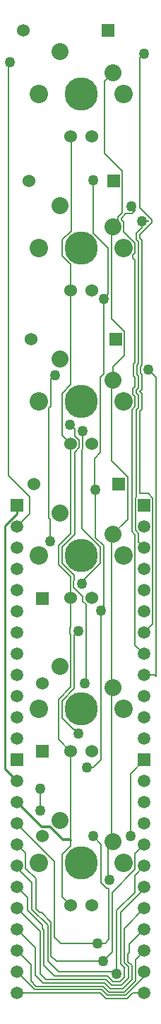
<source format=gbl>
%FSLAX25Y25*%
%MOIN*%
G70*
G01*
G75*
G04 Layer_Physical_Order=2*
G04 Layer_Color=16711680*
%ADD10R,0.03937X0.05118*%
%ADD11R,0.05118X0.03937*%
%ADD12R,0.04331X0.03543*%
%ADD13C,0.00800*%
%ADD14C,0.01200*%
%ADD15C,0.06000*%
%ADD16C,0.08700*%
%ADD17C,0.15700*%
%ADD18C,0.08000*%
%ADD19C,0.05906*%
%ADD20R,0.05906X0.05906*%
%ADD21R,0.06000X0.06000*%
%ADD22R,0.06000X0.06000*%
%ADD23C,0.05000*%
%ADD24C,0.01000*%
D13*
X235150Y482383D02*
X235450Y482683D01*
X235150Y479318D02*
Y482383D01*
Y479318D02*
X235450Y479018D01*
Y382000D02*
Y423800D01*
Y379499D02*
Y382000D01*
X270000Y460000D02*
X275000D01*
X275500Y459500D02*
Y487364D01*
X275000Y460000D02*
X275500Y459500D01*
X210000Y530000D02*
X216000Y536000D01*
Y544000D01*
X205847Y554153D02*
X216000Y544000D01*
X205847Y554153D02*
Y748347D01*
X206500Y749000D01*
X267400Y522600D02*
X270000Y520000D01*
X267400Y522600D02*
Y526727D01*
X265847Y528280D02*
X267400Y526727D01*
X265847Y528280D02*
Y543450D01*
X266449Y544051D01*
Y544891D01*
X264247Y527617D02*
Y585148D01*
X265800Y586701D01*
X266400Y544940D02*
X266449Y544891D01*
X268000Y593624D02*
Y593837D01*
Y593624D02*
X269000Y592624D01*
Y585376D02*
Y592624D01*
X268000Y584376D02*
X269000Y585376D01*
X268000Y545603D02*
Y584376D01*
X266400Y544940D02*
Y585038D01*
X267400Y586038D01*
Y591962D01*
X266400Y592962D02*
X267400Y591962D01*
X266400Y592962D02*
Y594500D01*
X265800Y586701D02*
Y591299D01*
X264800Y592299D02*
X265800Y591299D01*
X264800Y592299D02*
Y595163D01*
X265800Y596163D01*
Y600442D01*
X266400Y594500D02*
X267400Y595500D01*
Y601105D01*
X268000Y593837D02*
X269000Y594837D01*
X268000Y545603D02*
X272000D01*
X274153Y543450D01*
X269000Y594837D02*
Y601767D01*
X265800Y474200D02*
Y526064D01*
Y474200D02*
X270000Y470000D01*
X269000Y606233D02*
Y665124D01*
X267400Y606895D02*
Y664462D01*
X265100Y601142D02*
X265800Y600442D01*
X265100Y601142D02*
Y606858D01*
X265800Y607558D01*
Y655876D01*
X266700Y601805D02*
X267400Y601105D01*
X266700Y601805D02*
Y606195D01*
X267400Y606895D01*
X268300Y605533D02*
X269000Y606233D01*
X268300Y602467D02*
Y605533D01*
Y602467D02*
X269000Y601767D01*
X260450Y669149D02*
Y673654D01*
X264800Y656876D02*
X265800Y655876D01*
X260450Y669149D02*
X265800Y663799D01*
X266400Y665462D02*
Y668400D01*
X268000Y666124D02*
Y667737D01*
Y666124D02*
X269000Y665124D01*
X266400Y665462D02*
X267400Y664462D01*
X264800Y656876D02*
Y658201D01*
X265800Y659201D01*
Y663799D01*
X266400Y668400D02*
X269000Y671000D01*
Y674000D01*
X264300Y677700D02*
X265800Y679200D01*
X261467Y677700D02*
X264300D01*
X268000Y680263D02*
X273600Y674663D01*
X268000Y667737D02*
X273600Y673337D01*
X268000Y680263D02*
Y751000D01*
X269000Y674000D02*
X272000D01*
X273600Y673337D02*
Y674663D01*
X259300Y674804D02*
Y675533D01*
Y674804D02*
X260450Y673654D01*
X259700Y678195D02*
Y697800D01*
X257700Y676195D02*
X259700Y678195D01*
X257700Y673950D02*
Y676195D01*
X255250Y671500D02*
X257700Y673950D01*
X259300Y675533D02*
X261467Y677700D01*
X271500Y674500D02*
X272000Y674000D01*
X264000Y681000D02*
X265800Y679200D01*
X275753Y487617D02*
Y600247D01*
X274153Y488280D02*
Y543450D01*
X275500Y487364D02*
X275753Y487617D01*
X272000Y604000D02*
X275753Y600247D01*
X268000Y751000D02*
X270000Y753000D01*
X225948Y599948D02*
X227500Y601500D01*
X225948Y586849D02*
Y599948D01*
X225050Y585951D02*
X225948Y586849D01*
X225050Y533896D02*
Y585951D01*
Y533896D02*
X225500Y533446D01*
X227500Y601500D02*
Y602000D01*
X225500Y523000D02*
Y533446D01*
X229600Y520911D02*
X235450Y526761D01*
X229600Y512089D02*
Y520911D01*
X231200Y520249D02*
X237300Y526349D01*
X231200Y512751D02*
Y520249D01*
X240500Y529049D02*
X249300Y520249D01*
Y512751D02*
Y520249D01*
X240500Y503951D02*
X249300Y512751D01*
X247000Y524811D02*
Y547500D01*
Y524811D02*
X250900Y520911D01*
Y491900D02*
Y520911D01*
X235450Y526761D02*
Y568800D01*
X231200Y512751D02*
X236850Y507101D01*
X249500Y490500D02*
X250900Y491900D01*
X270000Y480000D02*
X273900Y483900D01*
Y488027D01*
X274153Y488280D01*
X264247Y527617D02*
X265800Y526064D01*
X262200Y533450D02*
Y553497D01*
X254700Y525950D02*
X262200Y533450D01*
X254700Y454550D02*
Y525950D01*
X241050Y494760D02*
Y497217D01*
X237065Y576500D02*
X237300Y576265D01*
Y572890D02*
Y576265D01*
X241050Y566598D02*
Y574950D01*
X241000Y575000D02*
X241050Y574950D01*
X237300Y565110D02*
X239450Y567260D01*
X240500Y566048D02*
X241050Y566598D01*
X240500Y529049D02*
Y566048D01*
X237300Y572890D02*
X239450Y570740D01*
Y567260D02*
Y570740D01*
X237300Y526349D02*
Y565110D01*
X236850Y504583D02*
Y507101D01*
X229600Y512089D02*
X235250Y506439D01*
Y505245D02*
Y506439D01*
X235200Y496550D02*
X235250Y496500D01*
X235200Y496550D02*
Y505195D01*
X236800Y501467D02*
X241050Y497217D01*
X235200Y505195D02*
X235250Y505245D01*
X236800Y501467D02*
Y504533D01*
X242550Y456550D02*
Y493260D01*
X241050Y494760D02*
X242550Y493260D01*
X240500Y503000D02*
Y503951D01*
X236500Y434500D02*
X237500D01*
X231200Y439800D02*
X236500Y434500D01*
X231200Y439800D02*
Y447749D01*
X229600Y448411D02*
X235450Y454261D01*
X229600Y429650D02*
X235450Y423800D01*
X229600Y429650D02*
Y448411D01*
X231200Y447749D02*
X237050Y453599D01*
Y479050D01*
X235450Y454261D02*
Y479018D01*
Y482683D02*
Y496300D01*
X235250Y496500D02*
X235450Y496300D01*
X249500Y420000D02*
Y490500D01*
X221000Y396000D02*
Y406500D01*
X263500Y413500D02*
X270000Y420000D01*
X263500Y384000D02*
Y413500D01*
X243000Y416500D02*
X246000D01*
X249500Y420000D01*
X246500Y549000D02*
Y562000D01*
X249450Y564950D01*
Y600554D01*
X251000Y602104D01*
Y637500D01*
X253100Y639600D02*
Y661449D01*
X251000Y637500D02*
X253100Y639600D01*
X246000Y668549D02*
X253100Y661449D01*
X246000Y668549D02*
Y693500D01*
X210000Y330000D02*
X216500Y323500D01*
Y315763D02*
Y323500D01*
X251300Y740050D02*
X255250Y744000D01*
X251300Y706200D02*
Y740050D01*
Y706200D02*
X259700Y697800D01*
X254700Y627997D02*
Y670950D01*
Y627997D02*
X260700Y621997D01*
Y610700D02*
Y621997D01*
X255250Y605250D02*
X260700Y610700D01*
X255250Y599000D02*
Y605250D01*
X254700Y598450D02*
X255250Y599000D01*
X254700Y560997D02*
Y598450D01*
Y560997D02*
X262200Y553497D01*
X254700Y454550D02*
X255250Y454000D01*
X254700Y453450D02*
X255250Y454000D01*
X254700Y382050D02*
X255250Y381500D01*
X254700Y670950D02*
X255250Y671500D01*
X235250Y714000D02*
X235500Y713750D01*
X231200Y665249D02*
X235500Y669549D01*
X231200Y657751D02*
Y665249D01*
Y657751D02*
X235250Y653701D01*
Y641500D02*
Y653701D01*
Y641500D02*
X235450Y641300D01*
Y596999D02*
Y641300D01*
X231200Y592749D02*
X235450Y596999D01*
X231200Y573050D02*
Y592749D01*
Y375249D02*
X235450Y379499D01*
X231200Y355550D02*
Y375249D01*
Y355550D02*
X235250Y351500D01*
X235500Y669549D02*
Y713750D01*
X231200Y573050D02*
X235450Y568800D01*
X210000Y340000D02*
X218500Y331500D01*
Y318500D02*
Y331500D01*
X263000Y333000D02*
X270000Y340000D01*
X260500Y340500D02*
X270000Y350000D01*
X210000Y320000D02*
X218400Y311600D01*
X216500Y315763D02*
X219063Y313200D01*
X218500Y318500D02*
X222200Y314800D01*
X221000Y319000D02*
X223600Y316400D01*
X221000Y319000D02*
Y339000D01*
X210000Y350000D02*
X221000Y339000D01*
X270000Y359000D02*
Y360000D01*
Y317716D02*
Y320000D01*
X261184Y308900D02*
X270000Y317716D01*
X250779Y313200D02*
X253479Y310500D01*
X218400Y311600D02*
X250116D01*
X252816Y308900D01*
X249454Y310000D02*
X252154Y307300D01*
X219063Y313200D02*
X250779D01*
X210000Y310000D02*
X249454D01*
X222200Y314800D02*
X251442D01*
X254142Y312100D01*
X223600Y316400D02*
X252105D01*
X254805Y313700D01*
X252816Y308900D02*
X261184D01*
X252767Y318000D02*
X255467Y315300D01*
X222600Y322900D02*
X227500Y318000D01*
X222600Y322900D02*
Y339663D01*
X222000Y340263D02*
X222600Y339663D01*
X222000Y340263D02*
Y342000D01*
X215000Y349000D02*
X222000Y342000D01*
X215000Y349000D02*
Y355000D01*
X210000Y360000D02*
X215000Y355000D01*
X258900Y347900D02*
X270000Y359000D01*
X227500Y318000D02*
X252767D01*
X263000Y329026D02*
Y333000D01*
X252154Y307300D02*
X261846D01*
X264546Y310000D01*
X270000D01*
X253479Y310500D02*
X260521D01*
X265847Y315826D01*
Y325847D01*
X270000Y330000D01*
X254142Y312100D02*
X259858D01*
X264247Y316489D01*
Y323011D01*
X262400Y324858D02*
X264247Y323011D01*
X262400Y324858D02*
Y328426D01*
X263000Y329026D01*
X254805Y313700D02*
X259195D01*
X262647Y317152D01*
Y322348D01*
X260500Y324495D02*
X262647Y322348D01*
X260500Y324495D02*
Y340500D01*
X255467Y315300D02*
X258533D01*
X260700Y317467D01*
Y321338D01*
X261047Y321685D01*
X258900Y323833D02*
X261047Y321685D01*
X258900Y323833D02*
Y347900D01*
X256000Y320000D02*
X257000Y319000D01*
X229500Y320000D02*
X256000D01*
X224500Y325000D02*
X229500Y320000D01*
X224500Y325000D02*
Y342000D01*
X217000Y349500D02*
X224500Y342000D01*
X210000Y369000D02*
X217000Y362000D01*
X210000Y369000D02*
Y370000D01*
X217000Y349500D02*
Y362000D01*
X257000Y319000D02*
Y349000D01*
X265500Y357500D01*
X250500Y325000D02*
X255000Y329500D01*
X228500Y325000D02*
X250500D01*
X226100Y327400D02*
X228500Y325000D01*
X226100Y327400D02*
Y343400D01*
X221500Y348000D02*
X226100Y343400D01*
X220763Y348000D02*
X221500D01*
X219000Y349763D02*
X220763Y348000D01*
X219000Y349763D02*
Y364000D01*
X210000Y380000D02*
X214000Y376000D01*
X248000Y333500D02*
X251500D01*
X253400Y335400D01*
Y359400D01*
X255000Y329500D02*
Y357505D01*
X253100Y363900D02*
X253500Y363500D01*
X254700Y382050D02*
Y453450D01*
X253100Y363900D02*
Y379350D01*
X255250Y381500D01*
X265500Y357500D02*
Y365500D01*
X270000Y370000D01*
X255000Y357505D02*
X265800Y368305D01*
Y375800D01*
X270000Y380000D01*
X246000Y384000D02*
X249800Y380200D01*
Y361967D02*
Y380200D01*
Y361967D02*
X252367Y359400D01*
X253400D01*
X214000Y372026D02*
X214153Y371873D01*
X214000Y372026D02*
Y376000D01*
X214153Y368847D02*
Y371873D01*
Y368847D02*
X219000Y364000D01*
X210000Y389599D02*
Y390000D01*
Y389599D02*
X227700Y371899D01*
Y336300D02*
Y371899D01*
Y336300D02*
X230500Y333500D01*
X248000D01*
D14*
X234950Y382500D02*
X235450Y382000D01*
X231613Y382500D02*
X234950D01*
X225713Y388400D02*
X231613Y382500D01*
X221600Y388400D02*
X225713D01*
X210000Y400000D02*
X221600Y388400D01*
D15*
X245250Y714000D02*
D03*
X235250D02*
D03*
X245250Y424000D02*
D03*
X235250D02*
D03*
X245250Y351500D02*
D03*
X235250D02*
D03*
X222000Y384000D02*
D03*
Y456000D02*
D03*
X218000Y550000D02*
D03*
X216500Y618500D02*
D03*
X215500Y693000D02*
D03*
X213000Y764000D02*
D03*
X245250Y641500D02*
D03*
X235250D02*
D03*
X245250Y569000D02*
D03*
X235250D02*
D03*
X245250Y496500D02*
D03*
X235250D02*
D03*
D16*
X220250Y734000D02*
D03*
X260250D02*
D03*
X220250Y444000D02*
D03*
X260250D02*
D03*
X220250Y371500D02*
D03*
X260250D02*
D03*
X220250Y661500D02*
D03*
X260250D02*
D03*
X220250Y589000D02*
D03*
X260250D02*
D03*
X220250Y516500D02*
D03*
X260250D02*
D03*
D17*
X240250Y734000D02*
D03*
Y444000D02*
D03*
Y371500D02*
D03*
Y661500D02*
D03*
Y589000D02*
D03*
Y516500D02*
D03*
D18*
X230250Y754000D02*
D03*
X255250Y744000D02*
D03*
X230250Y464000D02*
D03*
X255250Y454000D02*
D03*
X230250Y391500D02*
D03*
X255250Y381500D02*
D03*
X230250Y681500D02*
D03*
X255250Y671500D02*
D03*
X230250Y609000D02*
D03*
X255250Y599000D02*
D03*
X230250Y536500D02*
D03*
X255250Y526500D02*
D03*
D19*
X270000Y410000D02*
D03*
Y400000D02*
D03*
Y390000D02*
D03*
Y380000D02*
D03*
Y370000D02*
D03*
Y360000D02*
D03*
Y350000D02*
D03*
Y340000D02*
D03*
Y330000D02*
D03*
Y320000D02*
D03*
Y310000D02*
D03*
X210000D02*
D03*
Y320000D02*
D03*
Y330000D02*
D03*
Y340000D02*
D03*
Y350000D02*
D03*
Y360000D02*
D03*
Y370000D02*
D03*
Y380000D02*
D03*
Y390000D02*
D03*
Y400000D02*
D03*
Y410000D02*
D03*
X270000Y430000D02*
D03*
Y440000D02*
D03*
Y450000D02*
D03*
Y460000D02*
D03*
Y470000D02*
D03*
Y480000D02*
D03*
Y490000D02*
D03*
Y500000D02*
D03*
Y510000D02*
D03*
Y520000D02*
D03*
Y530000D02*
D03*
X210000Y430000D02*
D03*
Y440000D02*
D03*
Y450000D02*
D03*
Y460000D02*
D03*
Y470000D02*
D03*
Y480000D02*
D03*
Y490000D02*
D03*
Y500000D02*
D03*
Y510000D02*
D03*
Y520000D02*
D03*
Y530000D02*
D03*
D20*
X270000Y420000D02*
D03*
X210000D02*
D03*
X270000Y540000D02*
D03*
X210000D02*
D03*
D21*
X222000Y424000D02*
D03*
Y496000D02*
D03*
D22*
X258000Y550000D02*
D03*
X256500Y618500D02*
D03*
X255500Y693000D02*
D03*
X253000Y764000D02*
D03*
D23*
X206500Y749000D02*
D03*
X269000Y674000D02*
D03*
X264000Y681000D02*
D03*
X228000Y601500D02*
D03*
X225500Y523000D02*
D03*
X272000Y604000D02*
D03*
X235000Y578000D02*
D03*
X241000Y575000D02*
D03*
X242000Y456000D02*
D03*
X240500Y503000D02*
D03*
X239000Y432500D02*
D03*
X238850Y480850D02*
D03*
X270000Y753000D02*
D03*
X221000Y396000D02*
D03*
Y406500D02*
D03*
X249500Y490500D02*
D03*
X263500Y384000D02*
D03*
X243000Y416500D02*
D03*
X247000Y547500D02*
D03*
X251000Y637500D02*
D03*
X246000Y693500D02*
D03*
X253500Y363500D02*
D03*
X257000Y319000D02*
D03*
X250500Y325000D02*
D03*
X248000Y333500D02*
D03*
X246000Y384000D02*
D03*
D24*
X204300Y415700D02*
X210000Y410000D01*
X204300Y415700D02*
Y530314D01*
X210000Y536014D01*
Y540000D01*
M02*

</source>
